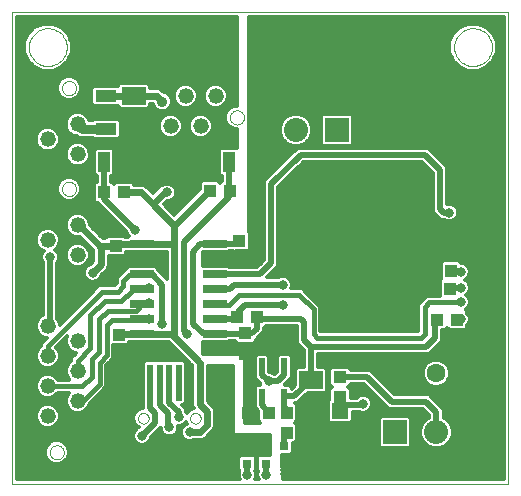
<source format=gtl>
G75*
%MOIN*%
%OFA0B0*%
%FSLAX24Y24*%
%IPPOS*%
%LPD*%
%AMOC8*
5,1,8,0,0,1.08239X$1,22.5*
%
%ADD10C,0.0000*%
%ADD11R,0.0800X0.0260*%
%ADD12R,0.0394X0.0433*%
%ADD13R,0.0315X0.0315*%
%ADD14R,0.0433X0.0394*%
%ADD15R,0.0413X0.0425*%
%ADD16C,0.0520*%
%ADD17R,0.0425X0.0413*%
%ADD18R,0.0217X0.0472*%
%ADD19R,0.0787X0.0984*%
%ADD20R,0.0787X0.1299*%
%ADD21R,0.0197X0.1220*%
%ADD22R,0.0551X0.0551*%
%ADD23R,0.0394X0.0669*%
%ADD24R,0.0800X0.0800*%
%ADD25C,0.0800*%
%ADD26R,0.0787X0.0591*%
%ADD27OC8,0.0630*%
%ADD28C,0.0630*%
%ADD29R,0.0709X0.0394*%
%ADD30C,0.0317*%
%ADD31C,0.0197*%
%ADD32C,0.0118*%
%ADD33C,0.0157*%
%ADD34C,0.0160*%
%ADD35C,0.0236*%
%ADD36C,0.0240*%
%ADD37C,0.0356*%
%ADD38R,0.0472X0.0472*%
%ADD39C,0.0315*%
D10*
X000159Y001847D02*
X000159Y017595D01*
X016694Y017595D01*
X016694Y001847D01*
X000159Y001847D01*
X001399Y002910D02*
X001401Y002940D01*
X001407Y002970D01*
X001416Y002999D01*
X001429Y003026D01*
X001446Y003051D01*
X001465Y003074D01*
X001488Y003095D01*
X001513Y003112D01*
X001539Y003126D01*
X001568Y003136D01*
X001597Y003143D01*
X001627Y003146D01*
X001658Y003145D01*
X001688Y003140D01*
X001717Y003131D01*
X001744Y003119D01*
X001770Y003104D01*
X001794Y003085D01*
X001815Y003063D01*
X001833Y003039D01*
X001848Y003012D01*
X001859Y002984D01*
X001867Y002955D01*
X001871Y002925D01*
X001871Y002895D01*
X001867Y002865D01*
X001859Y002836D01*
X001848Y002808D01*
X001833Y002781D01*
X001815Y002757D01*
X001794Y002735D01*
X001770Y002716D01*
X001744Y002701D01*
X001717Y002689D01*
X001688Y002680D01*
X001658Y002675D01*
X001627Y002674D01*
X001597Y002677D01*
X001568Y002684D01*
X001539Y002694D01*
X001513Y002708D01*
X001488Y002725D01*
X001465Y002746D01*
X001446Y002769D01*
X001429Y002794D01*
X001416Y002821D01*
X001407Y002850D01*
X001401Y002880D01*
X001399Y002910D01*
X004348Y004044D02*
X004350Y004070D01*
X004356Y004096D01*
X004366Y004121D01*
X004379Y004144D01*
X004395Y004164D01*
X004415Y004182D01*
X004437Y004197D01*
X004460Y004209D01*
X004486Y004217D01*
X004512Y004221D01*
X004538Y004221D01*
X004564Y004217D01*
X004590Y004209D01*
X004614Y004197D01*
X004635Y004182D01*
X004655Y004164D01*
X004671Y004144D01*
X004684Y004121D01*
X004694Y004096D01*
X004700Y004070D01*
X004702Y004044D01*
X004700Y004018D01*
X004694Y003992D01*
X004684Y003967D01*
X004671Y003944D01*
X004655Y003924D01*
X004635Y003906D01*
X004613Y003891D01*
X004590Y003879D01*
X004564Y003871D01*
X004538Y003867D01*
X004512Y003867D01*
X004486Y003871D01*
X004460Y003879D01*
X004436Y003891D01*
X004415Y003906D01*
X004395Y003924D01*
X004379Y003944D01*
X004366Y003967D01*
X004356Y003992D01*
X004350Y004018D01*
X004348Y004044D01*
X006080Y004044D02*
X006082Y004070D01*
X006088Y004096D01*
X006098Y004121D01*
X006111Y004144D01*
X006127Y004164D01*
X006147Y004182D01*
X006169Y004197D01*
X006192Y004209D01*
X006218Y004217D01*
X006244Y004221D01*
X006270Y004221D01*
X006296Y004217D01*
X006322Y004209D01*
X006346Y004197D01*
X006367Y004182D01*
X006387Y004164D01*
X006403Y004144D01*
X006416Y004121D01*
X006426Y004096D01*
X006432Y004070D01*
X006434Y004044D01*
X006432Y004018D01*
X006426Y003992D01*
X006416Y003967D01*
X006403Y003944D01*
X006387Y003924D01*
X006367Y003906D01*
X006345Y003891D01*
X006322Y003879D01*
X006296Y003871D01*
X006270Y003867D01*
X006244Y003867D01*
X006218Y003871D01*
X006192Y003879D01*
X006168Y003891D01*
X006147Y003906D01*
X006127Y003924D01*
X006111Y003944D01*
X006098Y003967D01*
X006088Y003992D01*
X006082Y004018D01*
X006080Y004044D01*
X001813Y011690D02*
X001815Y011720D01*
X001821Y011750D01*
X001830Y011779D01*
X001843Y011806D01*
X001860Y011831D01*
X001879Y011854D01*
X001902Y011875D01*
X001927Y011892D01*
X001953Y011906D01*
X001982Y011916D01*
X002011Y011923D01*
X002041Y011926D01*
X002072Y011925D01*
X002102Y011920D01*
X002131Y011911D01*
X002158Y011899D01*
X002184Y011884D01*
X002208Y011865D01*
X002229Y011843D01*
X002247Y011819D01*
X002262Y011792D01*
X002273Y011764D01*
X002281Y011735D01*
X002285Y011705D01*
X002285Y011675D01*
X002281Y011645D01*
X002273Y011616D01*
X002262Y011588D01*
X002247Y011561D01*
X002229Y011537D01*
X002208Y011515D01*
X002184Y011496D01*
X002158Y011481D01*
X002131Y011469D01*
X002102Y011460D01*
X002072Y011455D01*
X002041Y011454D01*
X002011Y011457D01*
X001982Y011464D01*
X001953Y011474D01*
X001927Y011488D01*
X001902Y011505D01*
X001879Y011526D01*
X001860Y011549D01*
X001843Y011574D01*
X001830Y011601D01*
X001821Y011630D01*
X001815Y011660D01*
X001813Y011690D01*
X001813Y015048D02*
X001815Y015078D01*
X001821Y015108D01*
X001830Y015137D01*
X001843Y015164D01*
X001860Y015189D01*
X001879Y015212D01*
X001902Y015233D01*
X001927Y015250D01*
X001953Y015264D01*
X001982Y015274D01*
X002011Y015281D01*
X002041Y015284D01*
X002072Y015283D01*
X002102Y015278D01*
X002131Y015269D01*
X002158Y015257D01*
X002184Y015242D01*
X002208Y015223D01*
X002229Y015201D01*
X002247Y015177D01*
X002262Y015150D01*
X002273Y015122D01*
X002281Y015093D01*
X002285Y015063D01*
X002285Y015033D01*
X002281Y015003D01*
X002273Y014974D01*
X002262Y014946D01*
X002247Y014919D01*
X002229Y014895D01*
X002208Y014873D01*
X002184Y014854D01*
X002158Y014839D01*
X002131Y014827D01*
X002102Y014818D01*
X002072Y014813D01*
X002041Y014812D01*
X002011Y014815D01*
X001982Y014822D01*
X001953Y014832D01*
X001927Y014846D01*
X001902Y014863D01*
X001879Y014884D01*
X001860Y014907D01*
X001843Y014932D01*
X001830Y014959D01*
X001821Y014988D01*
X001815Y015018D01*
X001813Y015048D01*
X000710Y016414D02*
X000712Y016464D01*
X000718Y016514D01*
X000728Y016563D01*
X000742Y016611D01*
X000759Y016658D01*
X000780Y016703D01*
X000805Y016747D01*
X000833Y016788D01*
X000865Y016827D01*
X000899Y016864D01*
X000936Y016898D01*
X000976Y016928D01*
X001018Y016955D01*
X001062Y016979D01*
X001108Y017000D01*
X001155Y017016D01*
X001203Y017029D01*
X001253Y017038D01*
X001302Y017043D01*
X001353Y017044D01*
X001403Y017041D01*
X001452Y017034D01*
X001501Y017023D01*
X001549Y017008D01*
X001595Y016990D01*
X001640Y016968D01*
X001683Y016942D01*
X001724Y016913D01*
X001763Y016881D01*
X001799Y016846D01*
X001831Y016808D01*
X001861Y016768D01*
X001888Y016725D01*
X001911Y016681D01*
X001930Y016635D01*
X001946Y016587D01*
X001958Y016538D01*
X001966Y016489D01*
X001970Y016439D01*
X001970Y016389D01*
X001966Y016339D01*
X001958Y016290D01*
X001946Y016241D01*
X001930Y016193D01*
X001911Y016147D01*
X001888Y016103D01*
X001861Y016060D01*
X001831Y016020D01*
X001799Y015982D01*
X001763Y015947D01*
X001724Y015915D01*
X001683Y015886D01*
X001640Y015860D01*
X001595Y015838D01*
X001549Y015820D01*
X001501Y015805D01*
X001452Y015794D01*
X001403Y015787D01*
X001353Y015784D01*
X001302Y015785D01*
X001253Y015790D01*
X001203Y015799D01*
X001155Y015812D01*
X001108Y015828D01*
X001062Y015849D01*
X001018Y015873D01*
X000976Y015900D01*
X000936Y015930D01*
X000899Y015964D01*
X000865Y016001D01*
X000833Y016040D01*
X000805Y016081D01*
X000780Y016125D01*
X000759Y016170D01*
X000742Y016217D01*
X000728Y016265D01*
X000718Y016314D01*
X000712Y016364D01*
X000710Y016414D01*
X007407Y014072D02*
X007409Y014102D01*
X007415Y014132D01*
X007424Y014161D01*
X007437Y014188D01*
X007454Y014213D01*
X007473Y014236D01*
X007496Y014257D01*
X007521Y014274D01*
X007547Y014288D01*
X007576Y014298D01*
X007605Y014305D01*
X007635Y014308D01*
X007666Y014307D01*
X007696Y014302D01*
X007725Y014293D01*
X007752Y014281D01*
X007778Y014266D01*
X007802Y014247D01*
X007823Y014225D01*
X007841Y014201D01*
X007856Y014174D01*
X007867Y014146D01*
X007875Y014117D01*
X007879Y014087D01*
X007879Y014057D01*
X007875Y014027D01*
X007867Y013998D01*
X007856Y013970D01*
X007841Y013943D01*
X007823Y013919D01*
X007802Y013897D01*
X007778Y013878D01*
X007752Y013863D01*
X007725Y013851D01*
X007696Y013842D01*
X007666Y013837D01*
X007635Y013836D01*
X007605Y013839D01*
X007576Y013846D01*
X007547Y013856D01*
X007521Y013870D01*
X007496Y013887D01*
X007473Y013908D01*
X007454Y013931D01*
X007437Y013956D01*
X007424Y013983D01*
X007415Y014012D01*
X007409Y014042D01*
X007407Y014072D01*
X014883Y016414D02*
X014885Y016464D01*
X014891Y016514D01*
X014901Y016563D01*
X014915Y016611D01*
X014932Y016658D01*
X014953Y016703D01*
X014978Y016747D01*
X015006Y016788D01*
X015038Y016827D01*
X015072Y016864D01*
X015109Y016898D01*
X015149Y016928D01*
X015191Y016955D01*
X015235Y016979D01*
X015281Y017000D01*
X015328Y017016D01*
X015376Y017029D01*
X015426Y017038D01*
X015475Y017043D01*
X015526Y017044D01*
X015576Y017041D01*
X015625Y017034D01*
X015674Y017023D01*
X015722Y017008D01*
X015768Y016990D01*
X015813Y016968D01*
X015856Y016942D01*
X015897Y016913D01*
X015936Y016881D01*
X015972Y016846D01*
X016004Y016808D01*
X016034Y016768D01*
X016061Y016725D01*
X016084Y016681D01*
X016103Y016635D01*
X016119Y016587D01*
X016131Y016538D01*
X016139Y016489D01*
X016143Y016439D01*
X016143Y016389D01*
X016139Y016339D01*
X016131Y016290D01*
X016119Y016241D01*
X016103Y016193D01*
X016084Y016147D01*
X016061Y016103D01*
X016034Y016060D01*
X016004Y016020D01*
X015972Y015982D01*
X015936Y015947D01*
X015897Y015915D01*
X015856Y015886D01*
X015813Y015860D01*
X015768Y015838D01*
X015722Y015820D01*
X015674Y015805D01*
X015625Y015794D01*
X015576Y015787D01*
X015526Y015784D01*
X015475Y015785D01*
X015426Y015790D01*
X015376Y015799D01*
X015328Y015812D01*
X015281Y015828D01*
X015235Y015849D01*
X015191Y015873D01*
X015149Y015900D01*
X015109Y015930D01*
X015072Y015964D01*
X015038Y016001D01*
X015006Y016040D01*
X014978Y016081D01*
X014953Y016125D01*
X014932Y016170D01*
X014915Y016217D01*
X014901Y016265D01*
X014891Y016314D01*
X014885Y016364D01*
X014883Y016414D01*
D11*
X006901Y009841D03*
X006901Y009341D03*
X006901Y008841D03*
X006901Y008341D03*
X006901Y007841D03*
X006901Y007341D03*
X006901Y006841D03*
X006901Y006341D03*
X004481Y006341D03*
X004481Y006841D03*
X004481Y007341D03*
X004481Y007841D03*
X004481Y008341D03*
X004481Y008841D03*
X004481Y009341D03*
X004481Y009841D03*
D12*
X003880Y011572D03*
X003210Y011572D03*
X006754Y011627D03*
X007423Y011627D03*
X007643Y007422D03*
X008313Y007422D03*
X014092Y008367D03*
X014761Y008367D03*
X014990Y007336D03*
X014320Y007336D03*
D13*
X009226Y003127D03*
X009226Y002536D03*
X008596Y002536D03*
X008596Y003127D03*
X007990Y003127D03*
X007990Y002536D03*
D14*
X009297Y003560D03*
X009297Y004229D03*
X011080Y004749D03*
X011080Y005418D03*
D15*
X008704Y004233D03*
X008015Y004233D03*
X014086Y008965D03*
X014775Y008965D03*
D16*
X006933Y014788D03*
X005933Y014788D03*
X006433Y013788D03*
X005433Y013788D03*
X002332Y013838D03*
X002332Y012838D03*
X001332Y013338D03*
X001332Y014338D03*
X001332Y010983D03*
X001332Y009983D03*
X002332Y009483D03*
X002332Y010483D03*
X001336Y007117D03*
X001336Y006117D03*
X001336Y005117D03*
X001336Y004117D03*
X002336Y003617D03*
X002336Y004617D03*
X002336Y005617D03*
X002336Y006617D03*
D17*
X003710Y006822D03*
X003710Y006133D03*
X003600Y009093D03*
X003600Y009782D03*
X007726Y009952D03*
X007726Y009263D03*
X007923Y006881D03*
X007923Y006192D03*
D18*
X008478Y005808D03*
X008852Y005808D03*
X009226Y005808D03*
X009226Y004784D03*
X008478Y004784D03*
D19*
X007143Y002863D03*
X003639Y002863D03*
D20*
X003639Y005186D03*
X007143Y005186D03*
D21*
X006021Y005225D03*
X005706Y005225D03*
X005391Y005225D03*
X005076Y005225D03*
X004761Y005225D03*
D22*
X011092Y004292D03*
X011092Y002796D03*
D23*
X007380Y012580D03*
X005490Y012580D03*
X005116Y012580D03*
X003226Y012580D03*
D24*
X010986Y013658D03*
X012915Y003580D03*
D25*
X014293Y003580D03*
X009608Y013658D03*
D26*
X004202Y013615D03*
X004202Y014796D03*
X010120Y005312D03*
X010120Y004131D03*
D27*
X012884Y005548D03*
D28*
X014284Y005548D03*
D29*
X003281Y013682D03*
X003281Y014784D03*
D30*
X002915Y016808D03*
X003702Y016808D03*
X004490Y016808D03*
X005277Y016808D03*
X006065Y016808D03*
X006852Y016808D03*
X008427Y016808D03*
X009214Y016808D03*
X010002Y016808D03*
X010789Y016808D03*
X011576Y016808D03*
X012364Y016808D03*
X013151Y016808D03*
X013939Y016808D03*
X016222Y014840D03*
X016222Y014052D03*
X016222Y013265D03*
X014726Y010902D03*
X016222Y009328D03*
X016222Y008540D03*
X016222Y007753D03*
X016222Y006965D03*
X016222Y006178D03*
X016222Y005391D03*
X016222Y004603D03*
X016222Y003816D03*
X016222Y003028D03*
X015100Y007340D03*
X015100Y007910D03*
X015100Y008402D03*
X015100Y008934D03*
X011852Y004525D03*
X009332Y006375D03*
X009332Y006887D03*
X009175Y007832D03*
X009175Y008501D03*
X008702Y005273D03*
X006025Y004446D03*
X005710Y004091D03*
X005395Y003737D03*
X006065Y003580D03*
X004490Y003462D03*
X003624Y006060D03*
X004726Y007359D03*
X005159Y007202D03*
X004726Y007871D03*
X004726Y008383D03*
X005986Y006847D03*
X002836Y008895D03*
X002443Y008304D03*
X002009Y007871D03*
X000631Y007753D03*
X000631Y006965D03*
X000631Y006178D03*
X000631Y005391D03*
X000631Y004603D03*
X000631Y003816D03*
X000631Y003028D03*
X000631Y008540D03*
X000631Y009328D03*
X000631Y010115D03*
X000631Y010902D03*
X000631Y011690D03*
X000631Y012477D03*
X000631Y013265D03*
X000631Y014052D03*
X000631Y014840D03*
X004254Y010312D03*
X005317Y011572D03*
X005840Y011580D03*
X001419Y009406D03*
X007994Y002162D03*
X008624Y002162D03*
D31*
X008596Y002241D01*
X008596Y002536D01*
X009226Y003127D02*
X009226Y003379D01*
X009297Y004229D02*
X009226Y004481D01*
X009226Y004784D01*
X009553Y004784D01*
X010120Y005312D01*
X010120Y006414D01*
X009883Y006651D01*
X009883Y007241D01*
X009765Y007359D01*
X008368Y007359D01*
X008313Y007422D02*
X008313Y007036D01*
X008157Y006881D01*
X007923Y006881D01*
X007805Y006841D01*
X006901Y006841D01*
X007564Y006847D01*
X006537Y006847D01*
X006183Y007202D01*
X006183Y009603D01*
X006421Y009841D01*
X006901Y009841D01*
X007537Y009841D01*
X007726Y009952D01*
X008781Y009210D02*
X008413Y008841D01*
X006901Y008841D01*
X006901Y008341D02*
X007401Y008341D01*
X007561Y008501D01*
X009175Y008501D01*
X009175Y007832D02*
X007915Y007832D01*
X007683Y007599D01*
X007643Y007422D02*
X007523Y007341D01*
X006901Y007341D01*
X005986Y006847D02*
X005868Y006965D01*
X005868Y009918D01*
X007364Y011414D01*
X007403Y011607D01*
X007380Y011710D02*
X007380Y012580D01*
X008781Y011847D02*
X009765Y012832D01*
X013899Y012832D01*
X014411Y012320D01*
X014411Y011021D01*
X014529Y010902D01*
X014726Y010902D01*
X014767Y008973D02*
X015100Y008934D01*
X015100Y008402D02*
X014761Y008347D01*
X014254Y007324D02*
X014254Y006729D01*
X013939Y006414D01*
X010120Y006414D01*
X009226Y005808D02*
X009226Y005481D01*
X009017Y005273D01*
X008702Y005273D01*
X008478Y005497D01*
X008478Y005808D01*
X008852Y005808D02*
X008860Y005816D01*
X008478Y004784D02*
X008478Y004499D01*
X008704Y004233D01*
X007990Y002536D02*
X007990Y002280D01*
X007994Y002162D01*
X005710Y004091D02*
X005710Y004249D01*
X005391Y004568D01*
X005391Y005225D01*
X005076Y005225D02*
X005076Y004489D01*
X005356Y004210D01*
X005356Y003777D01*
X005395Y003737D01*
X004923Y003895D02*
X004490Y003462D01*
X004923Y003895D02*
X004923Y004210D01*
X004761Y004371D01*
X004761Y005225D01*
X003744Y006099D02*
X003624Y006060D01*
X003710Y006133D02*
X003744Y006099D01*
X003710Y006822D02*
X003809Y006841D01*
X005159Y007202D02*
X005159Y008501D01*
X004805Y008855D01*
X005523Y009841D02*
X005553Y009851D01*
X004254Y010312D02*
X003210Y011355D01*
X003210Y011572D01*
X003210Y012564D01*
X003659Y009841D02*
X003600Y009782D01*
X003074Y009782D02*
X003072Y009761D01*
X001419Y009406D02*
X001419Y007200D01*
X001336Y007117D01*
X005480Y006841D02*
X005507Y006841D01*
X005553Y006847D01*
X006025Y005300D02*
X006021Y005225D01*
X008781Y009210D02*
X008781Y011847D01*
X011080Y005418D02*
X011982Y005418D01*
X012797Y004603D01*
X013269Y004603D01*
X013939Y004603D01*
X014293Y004249D01*
X014293Y003580D01*
X011852Y004525D02*
X011813Y004485D01*
X011092Y004485D01*
X011092Y004777D01*
X011080Y004749D01*
X011092Y004485D02*
X011092Y004292D01*
D32*
X010677Y004296D02*
X009652Y004296D01*
X009652Y004180D02*
X010677Y004180D01*
X010677Y004063D02*
X009652Y004063D01*
X009652Y003975D02*
X009652Y004484D01*
X009591Y004545D01*
X009642Y004543D01*
X009646Y004547D01*
X009651Y004547D01*
X009718Y004613D01*
X010002Y004878D01*
X010571Y004878D01*
X010652Y004959D01*
X010652Y005665D01*
X010571Y005746D01*
X010357Y005746D01*
X010357Y006177D01*
X014037Y006177D01*
X014352Y006492D01*
X014491Y006631D01*
X014491Y006980D01*
X014575Y006980D01*
X014655Y007060D01*
X014735Y006980D01*
X015244Y006980D01*
X015326Y007061D01*
X015326Y007144D01*
X015352Y007171D01*
X015397Y007280D01*
X015397Y007399D01*
X015352Y007508D01*
X015326Y007535D01*
X015326Y007610D01*
X015273Y007663D01*
X015352Y007742D01*
X015397Y007851D01*
X015397Y007970D01*
X015352Y008079D01*
X015275Y008156D01*
X015352Y008234D01*
X015397Y008343D01*
X015397Y008462D01*
X015352Y008571D01*
X015269Y008655D01*
X015236Y008668D01*
X015269Y008682D01*
X015352Y008765D01*
X015397Y008875D01*
X015397Y008993D01*
X015352Y009102D01*
X015269Y009186D01*
X015159Y009231D01*
X015121Y009231D01*
X015121Y009236D01*
X015039Y009317D01*
X014511Y009317D01*
X014429Y009236D01*
X014429Y008695D01*
X014455Y008670D01*
X014426Y008641D01*
X014426Y008128D01*
X013966Y008128D01*
X013839Y008001D01*
X013681Y007843D01*
X013681Y006947D01*
X010416Y006947D01*
X010416Y007764D01*
X010289Y007892D01*
X009797Y008384D01*
X009448Y008384D01*
X009472Y008442D01*
X009472Y008560D01*
X009427Y008669D01*
X009343Y008753D01*
X009234Y008798D01*
X009116Y008798D01*
X009006Y008753D01*
X008992Y008738D01*
X008646Y008738D01*
X008879Y008972D01*
X009019Y009111D01*
X009019Y011749D01*
X009864Y012594D01*
X013801Y012594D01*
X014174Y012221D01*
X014174Y010922D01*
X014292Y010804D01*
X014431Y010665D01*
X014543Y010665D01*
X014557Y010650D01*
X014667Y010605D01*
X014785Y010605D01*
X014894Y010650D01*
X014978Y010734D01*
X015023Y010843D01*
X015023Y010962D01*
X014978Y011071D01*
X014894Y011155D01*
X014785Y011200D01*
X014667Y011200D01*
X014649Y011192D01*
X014649Y012418D01*
X013998Y013069D01*
X009667Y013069D01*
X009528Y012930D01*
X008544Y011946D01*
X008544Y009308D01*
X008315Y009079D01*
X007390Y009079D01*
X007358Y009111D01*
X006498Y009111D01*
X006498Y009572D01*
X007358Y009572D01*
X007390Y009604D01*
X007506Y009604D01*
X007572Y009587D01*
X007601Y009604D01*
X007635Y009604D01*
X007637Y009606D01*
X007996Y009606D01*
X008078Y009687D01*
X008078Y010216D01*
X008033Y010261D01*
X008033Y013980D01*
X008039Y013993D01*
X008039Y014150D01*
X008033Y014164D01*
X008033Y017436D01*
X016535Y017436D01*
X016535Y002006D01*
X009167Y002006D01*
X009136Y002830D01*
X009441Y002830D01*
X009523Y002912D01*
X009523Y003224D01*
X009571Y003224D01*
X009652Y003306D01*
X009652Y003814D01*
X009572Y003895D01*
X009652Y003975D01*
X009624Y003946D02*
X010690Y003946D01*
X010677Y003959D02*
X010759Y003878D01*
X011425Y003878D01*
X011507Y003959D01*
X011507Y004248D01*
X011743Y004248D01*
X011793Y004227D01*
X011911Y004227D01*
X012020Y004272D01*
X012104Y004356D01*
X012149Y004465D01*
X012149Y004584D01*
X012104Y004693D01*
X012020Y004777D01*
X011911Y004822D01*
X011793Y004822D01*
X011683Y004777D01*
X011629Y004723D01*
X011436Y004723D01*
X011436Y005003D01*
X011356Y005084D01*
X011436Y005164D01*
X011436Y005181D01*
X011884Y005181D01*
X012559Y004505D01*
X012698Y004366D01*
X013840Y004366D01*
X014055Y004151D01*
X014055Y004065D01*
X013988Y004037D01*
X013836Y003885D01*
X013754Y003687D01*
X013754Y003472D01*
X013836Y003274D01*
X013988Y003123D01*
X014186Y003041D01*
X014400Y003041D01*
X014598Y003123D01*
X014750Y003274D01*
X014832Y003472D01*
X014832Y003687D01*
X014750Y003885D01*
X014598Y004037D01*
X014530Y004065D01*
X014530Y004347D01*
X014391Y004486D01*
X014037Y004841D01*
X012895Y004841D01*
X012080Y005656D01*
X011436Y005656D01*
X011436Y005673D01*
X011354Y005754D01*
X010806Y005754D01*
X010725Y005673D01*
X010725Y005164D01*
X010805Y005084D01*
X010725Y005003D01*
X010725Y004673D01*
X010677Y004625D01*
X010677Y003959D01*
X010677Y004413D02*
X009652Y004413D01*
X009607Y004529D02*
X010677Y004529D01*
X010698Y004646D02*
X009753Y004646D01*
X009878Y004763D02*
X010725Y004763D01*
X010725Y004879D02*
X010573Y004879D01*
X010652Y004996D02*
X010725Y004996D01*
X010776Y005112D02*
X010652Y005112D01*
X010652Y005229D02*
X010725Y005229D01*
X010725Y005346D02*
X010652Y005346D01*
X010652Y005462D02*
X010725Y005462D01*
X010725Y005579D02*
X010652Y005579D01*
X010622Y005696D02*
X010748Y005696D01*
X010357Y005812D02*
X013906Y005812D01*
X013899Y005805D02*
X013830Y005638D01*
X013830Y005458D01*
X013899Y005291D01*
X014027Y005163D01*
X014194Y005094D01*
X014375Y005094D01*
X014541Y005163D01*
X014669Y005291D01*
X014738Y005458D01*
X014738Y005638D01*
X014669Y005805D01*
X014541Y005933D01*
X014375Y006002D01*
X014194Y006002D01*
X014027Y005933D01*
X013899Y005805D01*
X013854Y005696D02*
X011413Y005696D01*
X011385Y005112D02*
X011952Y005112D01*
X012068Y004996D02*
X011436Y004996D01*
X011436Y004879D02*
X012185Y004879D01*
X012302Y004763D02*
X012035Y004763D01*
X012124Y004646D02*
X012418Y004646D01*
X012535Y004529D02*
X012149Y004529D01*
X012128Y004413D02*
X012651Y004413D01*
X012457Y004119D02*
X012376Y004037D01*
X012376Y003122D01*
X012457Y003041D01*
X013373Y003041D01*
X013454Y003122D01*
X013454Y004037D01*
X013373Y004119D01*
X012457Y004119D01*
X012402Y004063D02*
X011507Y004063D01*
X011507Y004180D02*
X014026Y004180D01*
X014051Y004063D02*
X013428Y004063D01*
X013454Y003946D02*
X013897Y003946D01*
X013813Y003830D02*
X013454Y003830D01*
X013454Y003713D02*
X013765Y003713D01*
X013754Y003597D02*
X013454Y003597D01*
X013454Y003480D02*
X013754Y003480D01*
X013799Y003363D02*
X013454Y003363D01*
X013454Y003247D02*
X013864Y003247D01*
X013980Y003130D02*
X013454Y003130D01*
X012376Y003130D02*
X009523Y003130D01*
X009523Y003013D02*
X016535Y003013D01*
X016535Y002897D02*
X009508Y002897D01*
X009594Y003247D02*
X012376Y003247D01*
X012376Y003363D02*
X009652Y003363D01*
X009652Y003480D02*
X012376Y003480D01*
X012376Y003597D02*
X009652Y003597D01*
X009652Y003713D02*
X012376Y003713D01*
X012376Y003830D02*
X009637Y003830D01*
X009297Y003560D02*
X009226Y003379D01*
X008742Y003363D02*
X006566Y003363D01*
X006565Y003362D02*
X006637Y003434D01*
X006873Y003670D01*
X006912Y003765D01*
X006912Y004239D01*
X006915Y004280D01*
X006912Y004290D01*
X006912Y004300D01*
X006896Y004338D01*
X006884Y004377D01*
X006877Y004385D01*
X006873Y004395D01*
X006844Y004424D01*
X006676Y004620D01*
X006676Y005784D01*
X007521Y005784D01*
X007521Y003501D01*
X008742Y003501D01*
X008742Y002833D01*
X008381Y002833D01*
X008300Y002751D01*
X008300Y002321D01*
X008348Y002273D01*
X008345Y002267D01*
X008339Y002255D01*
X008340Y002254D01*
X008326Y002222D01*
X008326Y002103D01*
X008366Y002006D01*
X008251Y002006D01*
X008291Y002103D01*
X008291Y002222D01*
X008261Y002296D01*
X008286Y002321D01*
X008286Y002751D01*
X008205Y002833D01*
X007775Y002833D01*
X007693Y002751D01*
X007693Y002321D01*
X007725Y002290D01*
X007696Y002222D01*
X007696Y002103D01*
X007736Y002006D01*
X000318Y002006D01*
X000318Y017436D01*
X007639Y017436D01*
X007639Y014467D01*
X007565Y014467D01*
X007419Y014407D01*
X007308Y014296D01*
X007248Y014150D01*
X007248Y013993D01*
X007308Y013848D01*
X007419Y013737D01*
X007565Y013677D01*
X007639Y013677D01*
X007639Y013048D01*
X007634Y013053D01*
X007125Y013053D01*
X007044Y012972D01*
X007044Y012187D01*
X007125Y012106D01*
X007142Y012106D01*
X007142Y011956D01*
X007088Y011902D01*
X007008Y011982D01*
X006499Y011982D01*
X006418Y011901D01*
X006418Y011698D01*
X005553Y010833D01*
X005208Y011178D01*
X005304Y011274D01*
X005376Y011274D01*
X005485Y011320D01*
X005569Y011403D01*
X005614Y011513D01*
X005614Y011631D01*
X005569Y011740D01*
X005485Y011824D01*
X005376Y011869D01*
X005257Y011869D01*
X005148Y011824D01*
X005129Y011805D01*
X005092Y011790D01*
X004844Y011542D01*
X004596Y011790D01*
X004502Y011829D01*
X004215Y011829D01*
X004215Y011846D01*
X004134Y011927D01*
X003625Y011927D01*
X003545Y011847D01*
X003465Y011927D01*
X003448Y011927D01*
X003448Y012106D01*
X003480Y012106D01*
X003562Y012187D01*
X003562Y012972D01*
X003480Y013053D01*
X002972Y013053D01*
X002890Y012972D01*
X002890Y012187D01*
X002972Y012106D01*
X002973Y012106D01*
X002973Y011927D01*
X002956Y011927D01*
X002874Y011846D01*
X002874Y011298D01*
X002956Y011216D01*
X003013Y011216D01*
X003112Y011118D01*
X003956Y010274D01*
X003956Y010253D01*
X004001Y010143D01*
X004034Y010111D01*
X004023Y010111D01*
X004011Y010099D01*
X003900Y010099D01*
X003870Y010128D01*
X003330Y010128D01*
X003248Y010047D01*
X003248Y010040D01*
X003181Y010040D01*
X002731Y010489D01*
X002731Y010563D01*
X002671Y010709D01*
X002558Y010822D01*
X002412Y010882D01*
X002253Y010882D01*
X002106Y010822D01*
X001994Y010709D01*
X001933Y010563D01*
X001933Y010404D01*
X001994Y010257D01*
X002106Y010145D01*
X002253Y010084D01*
X002409Y010084D01*
X002838Y009655D01*
X002854Y009615D01*
X002855Y009615D01*
X002855Y009277D01*
X002765Y009187D01*
X002668Y009147D01*
X002584Y009063D01*
X002539Y008954D01*
X002539Y008835D01*
X002584Y008726D01*
X002668Y008642D01*
X002777Y008597D01*
X002895Y008597D01*
X003005Y008642D01*
X003088Y008726D01*
X003129Y008823D01*
X003330Y009025D01*
X003369Y009119D01*
X003369Y009221D01*
X003369Y009437D01*
X003870Y009437D01*
X003952Y009518D01*
X003952Y009584D01*
X004011Y009584D01*
X004023Y009572D01*
X004938Y009572D01*
X004950Y009584D01*
X005296Y009584D01*
X005296Y008700D01*
X005257Y008738D01*
X005020Y008976D01*
X005020Y009029D01*
X004938Y009111D01*
X004023Y009111D01*
X003941Y009029D01*
X003941Y009009D01*
X003770Y008837D01*
X003642Y008709D01*
X003642Y008552D01*
X003573Y008482D01*
X003061Y008482D01*
X001735Y007157D01*
X001735Y007196D01*
X001675Y007343D01*
X001656Y007361D01*
X001656Y009223D01*
X001671Y009238D01*
X001716Y009347D01*
X001716Y009466D01*
X001671Y009575D01*
X001587Y009659D01*
X001577Y009663D01*
X001671Y009757D01*
X001731Y009904D01*
X001731Y010063D01*
X001671Y010209D01*
X001558Y010322D01*
X001412Y010382D01*
X001253Y010382D01*
X001106Y010322D01*
X000994Y010209D01*
X000933Y010063D01*
X000933Y009904D01*
X000994Y009757D01*
X001106Y009645D01*
X001198Y009607D01*
X001167Y009575D01*
X001121Y009466D01*
X001121Y009347D01*
X001167Y009238D01*
X001181Y009223D01*
X001181Y007485D01*
X001110Y007455D01*
X000998Y007343D01*
X000937Y007196D01*
X000937Y007038D01*
X000998Y006891D01*
X001110Y006779D01*
X001257Y006718D01*
X001296Y006718D01*
X001122Y006544D01*
X001122Y006460D01*
X001110Y006455D01*
X000998Y006343D01*
X000937Y006196D01*
X000937Y006038D01*
X000998Y005891D01*
X001110Y005779D01*
X001257Y005718D01*
X001416Y005718D01*
X001562Y005779D01*
X001675Y005891D01*
X001735Y006038D01*
X001735Y006196D01*
X001675Y006343D01*
X001606Y006412D01*
X001970Y006775D01*
X001937Y006696D01*
X001937Y006538D01*
X001998Y006391D01*
X002110Y006279D01*
X002257Y006218D01*
X002293Y006218D01*
X002118Y006044D01*
X002118Y005959D01*
X002110Y005955D01*
X001998Y005843D01*
X001937Y005696D01*
X001937Y005538D01*
X001998Y005391D01*
X002056Y005333D01*
X001679Y005333D01*
X001675Y005343D01*
X001562Y005455D01*
X001416Y005516D01*
X001257Y005516D01*
X001110Y005455D01*
X000998Y005343D01*
X000937Y005196D01*
X000937Y005038D01*
X000998Y004891D01*
X001110Y004779D01*
X001257Y004718D01*
X001416Y004718D01*
X001562Y004779D01*
X001675Y004891D01*
X001677Y004897D01*
X002052Y004897D01*
X001998Y004843D01*
X001937Y004696D01*
X001937Y004538D01*
X001998Y004391D01*
X002110Y004279D01*
X002257Y004218D01*
X002416Y004218D01*
X002562Y004279D01*
X002675Y004391D01*
X002735Y004538D01*
X002735Y004549D01*
X003163Y004976D01*
X003290Y005104D01*
X003290Y005812D01*
X004524Y005812D01*
X004524Y005893D02*
X004524Y004380D01*
X004458Y004380D01*
X004335Y004329D01*
X004240Y004235D01*
X004189Y004111D01*
X004189Y003977D01*
X004240Y003854D01*
X004335Y003759D01*
X004383Y003739D01*
X004321Y003714D01*
X004238Y003630D01*
X004192Y003521D01*
X004192Y003402D01*
X004238Y003293D01*
X004321Y003209D01*
X004431Y003164D01*
X004549Y003164D01*
X004658Y003209D01*
X004742Y003293D01*
X004787Y003402D01*
X004787Y003423D01*
X005098Y003734D01*
X005098Y003678D01*
X005143Y003569D01*
X005227Y003485D01*
X005336Y003440D01*
X005454Y003440D01*
X005564Y003485D01*
X005647Y003569D01*
X005693Y003678D01*
X005693Y003794D01*
X005769Y003794D01*
X005879Y003839D01*
X005949Y003910D01*
X005969Y003862D01*
X005896Y003832D01*
X005812Y003748D01*
X005767Y003639D01*
X005767Y003520D01*
X005812Y003411D01*
X005896Y003327D01*
X006005Y003282D01*
X006124Y003282D01*
X006221Y003322D01*
X006470Y003322D01*
X006565Y003362D01*
X006683Y003480D02*
X008742Y003480D01*
X008742Y003247D02*
X004696Y003247D01*
X004771Y003363D02*
X005860Y003363D01*
X005784Y003480D02*
X005552Y003480D01*
X005659Y003597D02*
X005767Y003597D01*
X005798Y003713D02*
X005693Y003713D01*
X005856Y003830D02*
X005894Y003830D01*
X005973Y004235D02*
X005962Y004260D01*
X005948Y004275D01*
X005948Y004347D01*
X005819Y004476D01*
X005862Y004476D01*
X005944Y004557D01*
X005944Y005893D01*
X005862Y005975D01*
X005550Y005975D01*
X005549Y005973D01*
X005547Y005975D01*
X005235Y005975D01*
X005234Y005973D01*
X005232Y005975D01*
X004920Y005975D01*
X004919Y005973D01*
X004917Y005975D01*
X004605Y005975D01*
X004524Y005893D01*
X004560Y005929D02*
X003407Y005929D01*
X003399Y005921D02*
X003526Y006048D01*
X003526Y006476D01*
X003980Y006476D01*
X004062Y006557D01*
X004062Y006572D01*
X004938Y006572D01*
X004950Y006584D01*
X005373Y006584D01*
X006162Y005796D01*
X006162Y004534D01*
X006159Y004493D01*
X006162Y004484D01*
X006162Y004473D01*
X006178Y004435D01*
X006190Y004396D01*
X006197Y004388D01*
X006200Y004380D01*
X006191Y004380D01*
X006067Y004329D01*
X005973Y004235D01*
X005948Y004296D02*
X006034Y004296D01*
X005882Y004413D02*
X006185Y004413D01*
X006161Y004529D02*
X005916Y004529D01*
X005944Y004646D02*
X006162Y004646D01*
X006162Y004763D02*
X005944Y004763D01*
X005944Y004879D02*
X006162Y004879D01*
X006162Y004996D02*
X005944Y004996D01*
X005944Y005112D02*
X006162Y005112D01*
X006162Y005229D02*
X005944Y005229D01*
X005944Y005346D02*
X006162Y005346D01*
X006162Y005462D02*
X005944Y005462D01*
X005944Y005579D02*
X006162Y005579D01*
X006162Y005696D02*
X005944Y005696D01*
X005944Y005812D02*
X006146Y005812D01*
X006029Y005929D02*
X005908Y005929D01*
X005912Y006045D02*
X003523Y006045D01*
X003526Y006162D02*
X005796Y006162D01*
X005679Y006279D02*
X003526Y006279D01*
X003526Y006395D02*
X005563Y006395D01*
X005446Y006512D02*
X004016Y006512D01*
X003399Y005921D02*
X003290Y005812D01*
X003290Y005696D02*
X004524Y005696D01*
X004524Y005579D02*
X003290Y005579D01*
X003290Y005462D02*
X004524Y005462D01*
X004524Y005346D02*
X003290Y005346D01*
X003290Y005229D02*
X004524Y005229D01*
X004524Y005112D02*
X003290Y005112D01*
X003182Y004996D02*
X004524Y004996D01*
X004524Y004879D02*
X003066Y004879D01*
X002949Y004763D02*
X004524Y004763D01*
X004524Y004646D02*
X002833Y004646D01*
X002732Y004529D02*
X004524Y004529D01*
X004524Y004413D02*
X002684Y004413D01*
X002580Y004296D02*
X004302Y004296D01*
X004217Y004180D02*
X001735Y004180D01*
X001735Y004196D02*
X001675Y004343D01*
X001562Y004455D01*
X001416Y004516D01*
X001257Y004516D01*
X001110Y004455D01*
X000998Y004343D01*
X000937Y004196D01*
X000937Y004038D01*
X000998Y003891D01*
X001110Y003779D01*
X001257Y003718D01*
X001416Y003718D01*
X001562Y003779D01*
X001675Y003891D01*
X001735Y004038D01*
X001735Y004196D01*
X001694Y004296D02*
X002093Y004296D01*
X001989Y004413D02*
X001605Y004413D01*
X001941Y004529D02*
X000318Y004529D01*
X000318Y004413D02*
X001068Y004413D01*
X000978Y004296D02*
X000318Y004296D01*
X000318Y004180D02*
X000937Y004180D01*
X000937Y004063D02*
X000318Y004063D01*
X000318Y003946D02*
X000975Y003946D01*
X001059Y003830D02*
X000318Y003830D01*
X000318Y003713D02*
X004321Y003713D01*
X004264Y003830D02*
X001613Y003830D01*
X001697Y003946D02*
X004202Y003946D01*
X004189Y004063D02*
X001735Y004063D01*
X001937Y004646D02*
X000318Y004646D01*
X000318Y004763D02*
X001149Y004763D01*
X001010Y004879D02*
X000318Y004879D01*
X000318Y004996D02*
X000954Y004996D01*
X000937Y005112D02*
X000318Y005112D01*
X000318Y005229D02*
X000951Y005229D01*
X001001Y005346D02*
X000318Y005346D01*
X000318Y005462D02*
X001127Y005462D01*
X001077Y005812D02*
X000318Y005812D01*
X000318Y005696D02*
X001937Y005696D01*
X001937Y005579D02*
X000318Y005579D01*
X000318Y005929D02*
X000982Y005929D01*
X000937Y006045D02*
X000318Y006045D01*
X000318Y006162D02*
X000937Y006162D01*
X000971Y006279D02*
X000318Y006279D01*
X000318Y006395D02*
X001050Y006395D01*
X001122Y006512D02*
X000318Y006512D01*
X000318Y006628D02*
X001207Y006628D01*
X001192Y006745D02*
X000318Y006745D01*
X000318Y006862D02*
X001027Y006862D01*
X000962Y006978D02*
X000318Y006978D01*
X000318Y007095D02*
X000937Y007095D01*
X000943Y007211D02*
X000318Y007211D01*
X000318Y007328D02*
X000992Y007328D01*
X001099Y007445D02*
X000318Y007445D01*
X000318Y007561D02*
X001181Y007561D01*
X001181Y007678D02*
X000318Y007678D01*
X000318Y007795D02*
X001181Y007795D01*
X001181Y007911D02*
X000318Y007911D01*
X000318Y008028D02*
X001181Y008028D01*
X001181Y008144D02*
X000318Y008144D01*
X000318Y008261D02*
X001181Y008261D01*
X001181Y008378D02*
X000318Y008378D01*
X000318Y008494D02*
X001181Y008494D01*
X001181Y008611D02*
X000318Y008611D01*
X000318Y008727D02*
X001181Y008727D01*
X001181Y008844D02*
X000318Y008844D01*
X000318Y008961D02*
X001181Y008961D01*
X001181Y009077D02*
X000318Y009077D01*
X000318Y009194D02*
X001181Y009194D01*
X001137Y009310D02*
X000318Y009310D01*
X000318Y009427D02*
X001121Y009427D01*
X001154Y009544D02*
X000318Y009544D01*
X000318Y009660D02*
X001091Y009660D01*
X000986Y009777D02*
X000318Y009777D01*
X000318Y009893D02*
X000938Y009893D01*
X000933Y010010D02*
X000318Y010010D01*
X000318Y010127D02*
X000960Y010127D01*
X001028Y010243D02*
X000318Y010243D01*
X000318Y010360D02*
X001199Y010360D01*
X001466Y010360D02*
X001951Y010360D01*
X001933Y010477D02*
X000318Y010477D01*
X000318Y010593D02*
X001946Y010593D01*
X001995Y010710D02*
X000318Y010710D01*
X000318Y010826D02*
X002118Y010826D01*
X002547Y010826D02*
X003403Y010826D01*
X003520Y010710D02*
X002670Y010710D01*
X002719Y010593D02*
X003636Y010593D01*
X003753Y010477D02*
X002744Y010477D01*
X002861Y010360D02*
X003870Y010360D01*
X003960Y010243D02*
X002977Y010243D01*
X003094Y010127D02*
X003328Y010127D01*
X003872Y010127D02*
X004018Y010127D01*
X003952Y009544D02*
X005296Y009544D01*
X005296Y009427D02*
X003369Y009427D01*
X003369Y009310D02*
X005296Y009310D01*
X005296Y009194D02*
X003369Y009194D01*
X003352Y009077D02*
X003990Y009077D01*
X003893Y008961D02*
X003266Y008961D01*
X003149Y008844D02*
X003777Y008844D01*
X003660Y008727D02*
X003089Y008727D01*
X002928Y008611D02*
X003642Y008611D01*
X003584Y008494D02*
X001656Y008494D01*
X001656Y008378D02*
X002956Y008378D01*
X002839Y008261D02*
X001656Y008261D01*
X001656Y008144D02*
X002723Y008144D01*
X002606Y008028D02*
X001656Y008028D01*
X001656Y007911D02*
X002490Y007911D01*
X002373Y007795D02*
X001656Y007795D01*
X001656Y007678D02*
X002256Y007678D01*
X002140Y007561D02*
X001656Y007561D01*
X001656Y007445D02*
X002023Y007445D01*
X001907Y007328D02*
X001681Y007328D01*
X001729Y007211D02*
X001790Y007211D01*
X001940Y006745D02*
X001957Y006745D01*
X001937Y006628D02*
X001823Y006628D01*
X001706Y006512D02*
X001948Y006512D01*
X001996Y006395D02*
X001622Y006395D01*
X001701Y006279D02*
X002111Y006279D01*
X002237Y006162D02*
X001735Y006162D01*
X001735Y006045D02*
X002120Y006045D01*
X002084Y005929D02*
X001690Y005929D01*
X001596Y005812D02*
X001985Y005812D01*
X001968Y005462D02*
X001546Y005462D01*
X001672Y005346D02*
X002043Y005346D01*
X002034Y004879D02*
X001663Y004879D01*
X001523Y004763D02*
X001965Y004763D01*
X001338Y005115D02*
X001336Y005117D01*
X001336Y006117D02*
X001340Y006121D01*
X001656Y008611D02*
X002744Y008611D01*
X002583Y008727D02*
X001656Y008727D01*
X001656Y008844D02*
X002539Y008844D01*
X002542Y008961D02*
X001656Y008961D01*
X001656Y009077D02*
X002598Y009077D01*
X002558Y009145D02*
X002671Y009257D01*
X002731Y009404D01*
X002731Y009563D01*
X002671Y009709D01*
X002558Y009822D01*
X002412Y009882D01*
X002253Y009882D01*
X002106Y009822D01*
X001994Y009709D01*
X001933Y009563D01*
X001933Y009404D01*
X001994Y009257D01*
X002106Y009145D01*
X002253Y009084D01*
X002412Y009084D01*
X002558Y009145D01*
X002607Y009194D02*
X002772Y009194D01*
X002693Y009310D02*
X002855Y009310D01*
X002855Y009427D02*
X002731Y009427D01*
X002731Y009544D02*
X002855Y009544D01*
X002833Y009660D02*
X002691Y009660D01*
X002716Y009777D02*
X002603Y009777D01*
X002600Y009893D02*
X001727Y009893D01*
X001731Y010010D02*
X002483Y010010D01*
X002150Y010127D02*
X001705Y010127D01*
X001637Y010243D02*
X002008Y010243D01*
X002062Y009777D02*
X001679Y009777D01*
X001583Y009660D02*
X001974Y009660D01*
X001933Y009544D02*
X001684Y009544D01*
X001716Y009427D02*
X001933Y009427D01*
X001972Y009310D02*
X001701Y009310D01*
X001656Y009194D02*
X002057Y009194D01*
X003287Y010943D02*
X000318Y010943D01*
X000318Y011060D02*
X003170Y011060D01*
X003112Y011118D02*
X003112Y011118D01*
X003053Y011176D02*
X000318Y011176D01*
X000318Y011293D02*
X002879Y011293D01*
X002874Y011409D02*
X002327Y011409D01*
X002273Y011355D02*
X002127Y011295D01*
X001970Y011295D01*
X001825Y011355D01*
X001714Y011466D01*
X001654Y011611D01*
X001654Y011769D01*
X001714Y011914D01*
X001825Y012025D01*
X001970Y012085D01*
X002127Y012085D01*
X002273Y012025D01*
X002384Y011914D01*
X002444Y011769D01*
X002444Y011611D01*
X002384Y011466D01*
X002273Y011355D01*
X002409Y011526D02*
X002874Y011526D01*
X002874Y011643D02*
X002444Y011643D01*
X002444Y011759D02*
X002874Y011759D01*
X002904Y011876D02*
X002400Y011876D01*
X002305Y011992D02*
X002973Y011992D01*
X002968Y012109D02*
X000318Y012109D01*
X000318Y011992D02*
X001792Y011992D01*
X001698Y011876D02*
X000318Y011876D01*
X000318Y011759D02*
X001654Y011759D01*
X001654Y011643D02*
X000318Y011643D01*
X000318Y011526D02*
X001689Y011526D01*
X001770Y011409D02*
X000318Y011409D01*
X000318Y012226D02*
X002890Y012226D01*
X002890Y012342D02*
X000318Y012342D01*
X000318Y012459D02*
X002204Y012459D01*
X002253Y012438D02*
X002412Y012438D01*
X002558Y012499D01*
X002671Y012611D01*
X002731Y012758D01*
X002731Y012917D01*
X002671Y013064D01*
X002558Y013176D01*
X002412Y013237D01*
X002253Y013237D01*
X002106Y013176D01*
X001994Y013064D01*
X001933Y012917D01*
X001933Y012758D01*
X001994Y012611D01*
X002106Y012499D01*
X002253Y012438D01*
X002461Y012459D02*
X002890Y012459D01*
X002890Y012576D02*
X002635Y012576D01*
X002704Y012692D02*
X002890Y012692D01*
X002890Y012809D02*
X002731Y012809D01*
X002728Y012925D02*
X002890Y012925D01*
X002960Y013042D02*
X002680Y013042D01*
X002576Y013159D02*
X007639Y013159D01*
X007639Y013275D02*
X001731Y013275D01*
X001731Y013258D02*
X001671Y013111D01*
X001558Y012999D01*
X001412Y012938D01*
X001253Y012938D01*
X001106Y012999D01*
X000994Y013111D01*
X000933Y013258D01*
X000933Y013417D01*
X000994Y013564D01*
X001106Y013676D01*
X001253Y013737D01*
X001412Y013737D01*
X001558Y013676D01*
X001671Y013564D01*
X001731Y013417D01*
X001731Y013258D01*
X001690Y013159D02*
X002089Y013159D01*
X001985Y013042D02*
X001601Y013042D01*
X001937Y012925D02*
X000318Y012925D01*
X000318Y012809D02*
X001933Y012809D01*
X001961Y012692D02*
X000318Y012692D01*
X000318Y012576D02*
X002030Y012576D01*
X001731Y013392D02*
X002414Y013392D01*
X002429Y013385D02*
X002830Y013385D01*
X002869Y013346D01*
X003693Y013346D01*
X003774Y013428D01*
X003774Y013936D01*
X003693Y014018D01*
X002869Y014018D01*
X002830Y013979D01*
X002706Y013979D01*
X002671Y014064D01*
X002558Y014176D01*
X002412Y014237D01*
X002253Y014237D01*
X002106Y014176D01*
X001994Y014064D01*
X001933Y013917D01*
X001933Y013758D01*
X001994Y013611D01*
X002106Y013499D01*
X002253Y013438D01*
X002312Y013438D01*
X002320Y013431D01*
X002429Y013385D01*
X002097Y013508D02*
X001693Y013508D01*
X001609Y013625D02*
X001988Y013625D01*
X001940Y013742D02*
X000318Y013742D01*
X000318Y013858D02*
X001933Y013858D01*
X001957Y013975D02*
X000318Y013975D01*
X000318Y014091D02*
X002022Y014091D01*
X002184Y014208D02*
X000318Y014208D01*
X000318Y014325D02*
X005003Y014325D01*
X004979Y014334D02*
X005096Y014286D01*
X005222Y014286D01*
X005339Y014334D01*
X005428Y014424D01*
X005476Y014540D01*
X005476Y014666D01*
X005428Y014783D01*
X005339Y014872D01*
X005222Y014920D01*
X005206Y014920D01*
X005124Y015002D01*
X005029Y015042D01*
X004735Y015042D01*
X004735Y015149D01*
X004654Y015231D01*
X003751Y015231D01*
X003670Y015149D01*
X003670Y015120D01*
X002869Y015120D01*
X002788Y015039D01*
X002788Y014530D01*
X002869Y014448D01*
X003670Y014448D01*
X003670Y014443D01*
X003751Y014362D01*
X004654Y014362D01*
X004735Y014443D01*
X004735Y014527D01*
X004847Y014527D01*
X004890Y014424D01*
X004979Y014334D01*
X004883Y014441D02*
X004733Y014441D01*
X005094Y014014D02*
X005207Y014127D01*
X005353Y014187D01*
X005512Y014187D01*
X005659Y014127D01*
X005771Y014014D01*
X005832Y013868D01*
X005832Y013709D01*
X005771Y013562D01*
X005659Y013450D01*
X005512Y013389D01*
X005353Y013389D01*
X005207Y013450D01*
X005094Y013562D01*
X005034Y013709D01*
X005034Y013868D01*
X005094Y014014D01*
X005078Y013975D02*
X003736Y013975D01*
X003774Y013858D02*
X005034Y013858D01*
X005034Y013742D02*
X003774Y013742D01*
X003774Y013625D02*
X005068Y013625D01*
X005148Y013508D02*
X003774Y013508D01*
X003739Y013392D02*
X005347Y013392D01*
X005518Y013392D02*
X006347Y013392D01*
X006353Y013389D02*
X006512Y013389D01*
X006659Y013450D01*
X006771Y013562D01*
X006832Y013709D01*
X006832Y013868D01*
X006771Y014014D01*
X006659Y014127D01*
X006512Y014187D01*
X006353Y014187D01*
X006207Y014127D01*
X006094Y014014D01*
X006034Y013868D01*
X006034Y013709D01*
X006094Y013562D01*
X006207Y013450D01*
X006353Y013389D01*
X006518Y013392D02*
X007639Y013392D01*
X007639Y013508D02*
X006717Y013508D01*
X006797Y013625D02*
X007639Y013625D01*
X007414Y013742D02*
X006832Y013742D01*
X006832Y013858D02*
X007304Y013858D01*
X007256Y013975D02*
X006787Y013975D01*
X006694Y014091D02*
X007248Y014091D01*
X007272Y014208D02*
X002480Y014208D01*
X002643Y014091D02*
X005171Y014091D01*
X005315Y014325D02*
X007337Y014325D01*
X007503Y014441D02*
X007138Y014441D01*
X007159Y014450D02*
X007271Y014562D01*
X007332Y014709D01*
X007332Y014868D01*
X007271Y015014D01*
X007159Y015127D01*
X007012Y015187D01*
X006853Y015187D01*
X006707Y015127D01*
X006594Y015014D01*
X006534Y014868D01*
X006534Y014709D01*
X006594Y014562D01*
X006707Y014450D01*
X006853Y014389D01*
X007012Y014389D01*
X007159Y014450D01*
X007267Y014558D02*
X007639Y014558D01*
X007639Y014675D02*
X007317Y014675D01*
X007332Y014791D02*
X007639Y014791D01*
X007639Y014908D02*
X007315Y014908D01*
X007261Y015024D02*
X007639Y015024D01*
X007639Y015141D02*
X007124Y015141D01*
X006741Y015141D02*
X006124Y015141D01*
X006159Y015127D02*
X006012Y015187D01*
X005853Y015187D01*
X005707Y015127D01*
X005594Y015014D01*
X005534Y014868D01*
X005534Y014709D01*
X005594Y014562D01*
X005707Y014450D01*
X005853Y014389D01*
X006012Y014389D01*
X006159Y014450D01*
X006271Y014562D01*
X006332Y014709D01*
X006332Y014868D01*
X006271Y015014D01*
X006159Y015127D01*
X006261Y015024D02*
X006604Y015024D01*
X006550Y014908D02*
X006315Y014908D01*
X006332Y014791D02*
X006534Y014791D01*
X006548Y014675D02*
X006317Y014675D01*
X006267Y014558D02*
X006599Y014558D01*
X006728Y014441D02*
X006138Y014441D01*
X006171Y014091D02*
X005694Y014091D01*
X005787Y013975D02*
X006078Y013975D01*
X006034Y013858D02*
X005832Y013858D01*
X005832Y013742D02*
X006034Y013742D01*
X006068Y013625D02*
X005797Y013625D01*
X005717Y013508D02*
X006148Y013508D01*
X005728Y014441D02*
X005435Y014441D01*
X005476Y014558D02*
X005599Y014558D01*
X005548Y014675D02*
X005473Y014675D01*
X005420Y014791D02*
X005534Y014791D01*
X005550Y014908D02*
X005253Y014908D01*
X005071Y015024D02*
X005604Y015024D01*
X005741Y015141D02*
X004735Y015141D01*
X003670Y015141D02*
X002438Y015141D01*
X002444Y015127D02*
X002384Y015272D01*
X002273Y015383D01*
X002127Y015443D01*
X001970Y015443D01*
X001825Y015383D01*
X001714Y015272D01*
X001654Y015127D01*
X001654Y014970D01*
X001714Y014824D01*
X001825Y014713D01*
X001970Y014653D01*
X002127Y014653D01*
X002273Y014713D01*
X002384Y014824D01*
X002444Y014970D01*
X002444Y015127D01*
X002444Y015024D02*
X002788Y015024D01*
X002788Y014908D02*
X002418Y014908D01*
X002351Y014791D02*
X002788Y014791D01*
X002788Y014675D02*
X002180Y014675D01*
X001918Y014675D02*
X000318Y014675D01*
X000318Y014791D02*
X001747Y014791D01*
X001679Y014908D02*
X000318Y014908D01*
X000318Y015024D02*
X001654Y015024D01*
X001659Y015141D02*
X000318Y015141D01*
X000318Y015258D02*
X001708Y015258D01*
X001816Y015374D02*
X000318Y015374D01*
X000318Y015491D02*
X007639Y015491D01*
X007639Y015607D02*
X000318Y015607D01*
X000318Y015724D02*
X000945Y015724D01*
X000893Y015745D02*
X001183Y015625D01*
X001497Y015625D01*
X001787Y015745D01*
X002009Y015967D01*
X002129Y016257D01*
X002129Y016571D01*
X002009Y016861D01*
X001787Y017083D01*
X001497Y017203D01*
X001183Y017203D01*
X000893Y017083D01*
X000671Y016861D01*
X000551Y016571D01*
X000551Y016257D01*
X000671Y015967D01*
X000893Y015745D01*
X000798Y015841D02*
X000318Y015841D01*
X000318Y015957D02*
X000681Y015957D01*
X000627Y016074D02*
X000318Y016074D01*
X000318Y016190D02*
X000579Y016190D01*
X000551Y016307D02*
X000318Y016307D01*
X000318Y016424D02*
X000551Y016424D01*
X000551Y016540D02*
X000318Y016540D01*
X000318Y016657D02*
X000587Y016657D01*
X000635Y016774D02*
X000318Y016774D01*
X000318Y016890D02*
X000700Y016890D01*
X000817Y017007D02*
X000318Y017007D01*
X000318Y017123D02*
X000990Y017123D01*
X000318Y017240D02*
X007639Y017240D01*
X007639Y017357D02*
X000318Y017357D01*
X001690Y017123D02*
X007639Y017123D01*
X007639Y017007D02*
X001864Y017007D01*
X001980Y016890D02*
X007639Y016890D01*
X007639Y016774D02*
X002045Y016774D01*
X002094Y016657D02*
X007639Y016657D01*
X007639Y016540D02*
X002129Y016540D01*
X002129Y016424D02*
X007639Y016424D01*
X007639Y016307D02*
X002129Y016307D01*
X002101Y016190D02*
X007639Y016190D01*
X007639Y016074D02*
X002053Y016074D01*
X001999Y015957D02*
X007639Y015957D01*
X007639Y015841D02*
X001882Y015841D01*
X001735Y015724D02*
X007639Y015724D01*
X007639Y015374D02*
X002282Y015374D01*
X002390Y015258D02*
X007639Y015258D01*
X008033Y015258D02*
X016535Y015258D01*
X016535Y015374D02*
X008033Y015374D01*
X008033Y015491D02*
X016535Y015491D01*
X016535Y015607D02*
X008033Y015607D01*
X008033Y015724D02*
X015118Y015724D01*
X015066Y015745D02*
X015356Y015625D01*
X015670Y015625D01*
X015960Y015745D01*
X016182Y015967D01*
X016302Y016257D01*
X016302Y016571D01*
X016182Y016861D01*
X015960Y017083D01*
X015670Y017203D01*
X015356Y017203D01*
X015066Y017083D01*
X014845Y016861D01*
X014724Y016571D01*
X014724Y016257D01*
X014845Y015967D01*
X015066Y015745D01*
X014971Y015841D02*
X008033Y015841D01*
X008033Y015957D02*
X014855Y015957D01*
X014800Y016074D02*
X008033Y016074D01*
X008033Y016190D02*
X014752Y016190D01*
X014724Y016307D02*
X008033Y016307D01*
X008033Y016424D02*
X014724Y016424D01*
X014724Y016540D02*
X008033Y016540D01*
X008033Y016657D02*
X014760Y016657D01*
X014808Y016774D02*
X008033Y016774D01*
X008033Y016890D02*
X014873Y016890D01*
X014990Y017007D02*
X008033Y017007D01*
X008033Y017123D02*
X015163Y017123D01*
X015863Y017123D02*
X016535Y017123D01*
X016535Y017007D02*
X016037Y017007D01*
X016153Y016890D02*
X016535Y016890D01*
X016535Y016774D02*
X016219Y016774D01*
X016267Y016657D02*
X016535Y016657D01*
X016535Y016540D02*
X016302Y016540D01*
X016302Y016424D02*
X016535Y016424D01*
X016535Y016307D02*
X016302Y016307D01*
X016275Y016190D02*
X016535Y016190D01*
X016535Y016074D02*
X016226Y016074D01*
X016172Y015957D02*
X016535Y015957D01*
X016535Y015841D02*
X016055Y015841D01*
X015909Y015724D02*
X016535Y015724D01*
X016535Y015141D02*
X008033Y015141D01*
X008033Y015024D02*
X016535Y015024D01*
X016535Y014908D02*
X008033Y014908D01*
X008033Y014791D02*
X016535Y014791D01*
X016535Y014675D02*
X008033Y014675D01*
X008033Y014558D02*
X016535Y014558D01*
X016535Y014441D02*
X008033Y014441D01*
X008033Y014325D02*
X016535Y014325D01*
X016535Y014208D02*
X008033Y014208D01*
X008039Y014091D02*
X009279Y014091D01*
X009303Y014115D02*
X009151Y013964D01*
X009069Y013766D01*
X009069Y013551D01*
X009151Y013353D01*
X009303Y013201D01*
X009501Y013119D01*
X009715Y013119D01*
X009913Y013201D01*
X010065Y013353D01*
X010147Y013551D01*
X010147Y013766D01*
X010065Y013964D01*
X009913Y014115D01*
X009715Y014197D01*
X009501Y014197D01*
X009303Y014115D01*
X009162Y013975D02*
X008033Y013975D01*
X008033Y013858D02*
X009107Y013858D01*
X009069Y013742D02*
X008033Y013742D01*
X008033Y013625D02*
X009069Y013625D01*
X009087Y013508D02*
X008033Y013508D01*
X008033Y013392D02*
X009135Y013392D01*
X009229Y013275D02*
X008033Y013275D01*
X008033Y013159D02*
X009406Y013159D01*
X009523Y012925D02*
X008033Y012925D01*
X008033Y012809D02*
X009407Y012809D01*
X009290Y012692D02*
X008033Y012692D01*
X008033Y012576D02*
X009173Y012576D01*
X009057Y012459D02*
X008033Y012459D01*
X008033Y012342D02*
X008940Y012342D01*
X008824Y012226D02*
X008033Y012226D01*
X008033Y012109D02*
X008707Y012109D01*
X008590Y011992D02*
X008033Y011992D01*
X008033Y011876D02*
X008544Y011876D01*
X008544Y011759D02*
X008033Y011759D01*
X008033Y011643D02*
X008544Y011643D01*
X008544Y011526D02*
X008033Y011526D01*
X008033Y011409D02*
X008544Y011409D01*
X008544Y011293D02*
X008033Y011293D01*
X008033Y011176D02*
X008544Y011176D01*
X008544Y011060D02*
X008033Y011060D01*
X008033Y010943D02*
X008544Y010943D01*
X008544Y010826D02*
X008033Y010826D01*
X008033Y010710D02*
X008544Y010710D01*
X008544Y010593D02*
X008033Y010593D01*
X008033Y010477D02*
X008544Y010477D01*
X008544Y010360D02*
X008033Y010360D01*
X008050Y010243D02*
X008544Y010243D01*
X008544Y010127D02*
X008078Y010127D01*
X008078Y010010D02*
X008544Y010010D01*
X008544Y009893D02*
X008078Y009893D01*
X008078Y009777D02*
X008544Y009777D01*
X008544Y009660D02*
X008051Y009660D01*
X008544Y009544D02*
X006498Y009544D01*
X006498Y009427D02*
X008544Y009427D01*
X008544Y009310D02*
X006498Y009310D01*
X006498Y009194D02*
X008430Y009194D01*
X008751Y008844D02*
X014429Y008844D01*
X014429Y008727D02*
X009369Y008727D01*
X009451Y008611D02*
X014426Y008611D01*
X014426Y008494D02*
X009472Y008494D01*
X009803Y008378D02*
X014426Y008378D01*
X014426Y008261D02*
X009920Y008261D01*
X010036Y008144D02*
X014426Y008144D01*
X014761Y008347D02*
X014761Y008367D01*
X015287Y008144D02*
X016535Y008144D01*
X016535Y008028D02*
X015373Y008028D01*
X015397Y007911D02*
X016535Y007911D01*
X016535Y007795D02*
X015374Y007795D01*
X015288Y007678D02*
X016535Y007678D01*
X016535Y007561D02*
X015326Y007561D01*
X015378Y007445D02*
X016535Y007445D01*
X016535Y007328D02*
X015397Y007328D01*
X015369Y007211D02*
X016535Y007211D01*
X016535Y007095D02*
X015326Y007095D01*
X014491Y006978D02*
X016535Y006978D01*
X016535Y006862D02*
X014491Y006862D01*
X014491Y006745D02*
X016535Y006745D01*
X016535Y006628D02*
X014489Y006628D01*
X014372Y006512D02*
X016535Y006512D01*
X016535Y006395D02*
X014255Y006395D01*
X014139Y006279D02*
X016535Y006279D01*
X016535Y006162D02*
X010357Y006162D01*
X010357Y006045D02*
X016535Y006045D01*
X016535Y005929D02*
X014546Y005929D01*
X014662Y005812D02*
X016535Y005812D01*
X016535Y005696D02*
X014715Y005696D01*
X014738Y005579D02*
X016535Y005579D01*
X016535Y005462D02*
X014738Y005462D01*
X014692Y005346D02*
X016535Y005346D01*
X016535Y005229D02*
X014607Y005229D01*
X014419Y005112D02*
X016535Y005112D01*
X016535Y004996D02*
X012740Y004996D01*
X012624Y005112D02*
X014150Y005112D01*
X013961Y005229D02*
X012507Y005229D01*
X012390Y005346D02*
X013877Y005346D01*
X013830Y005462D02*
X012274Y005462D01*
X012157Y005579D02*
X013830Y005579D01*
X014023Y005929D02*
X010357Y005929D01*
X009882Y005929D02*
X009473Y005929D01*
X009473Y006045D02*
X009882Y006045D01*
X009882Y006162D02*
X009413Y006162D01*
X009392Y006183D02*
X009060Y006183D01*
X008979Y006102D01*
X008979Y005570D01*
X008919Y005510D01*
X008886Y005510D01*
X008871Y005525D01*
X008762Y005570D01*
X008741Y005570D01*
X008725Y005586D01*
X008725Y006102D01*
X008644Y006183D01*
X008312Y006183D01*
X008231Y006102D01*
X008231Y005514D01*
X008240Y005504D01*
X008240Y005399D01*
X008405Y005234D01*
X008405Y005213D01*
X008427Y005160D01*
X008312Y005160D01*
X008231Y005078D01*
X008231Y004491D01*
X008238Y004483D01*
X008233Y004420D01*
X008240Y004412D01*
X008240Y004401D01*
X008303Y004338D01*
X008359Y004273D01*
X008359Y003963D01*
X008427Y003895D01*
X007915Y003895D01*
X007915Y006178D01*
X006507Y006178D01*
X006498Y006187D01*
X006498Y006572D01*
X007358Y006572D01*
X007390Y006604D01*
X007584Y006604D01*
X007653Y006535D01*
X008193Y006535D01*
X008274Y006617D01*
X008274Y006662D01*
X008550Y006938D01*
X008550Y007067D01*
X008567Y007067D01*
X008622Y007122D01*
X009646Y007122D01*
X009646Y006552D01*
X009882Y006316D01*
X009882Y005746D01*
X009668Y005746D01*
X009587Y005665D01*
X009587Y005141D01*
X009473Y005035D01*
X009473Y005078D01*
X009392Y005160D01*
X009240Y005160D01*
X009255Y005174D01*
X009255Y005174D01*
X009463Y005383D01*
X009463Y005504D01*
X009473Y005514D01*
X009473Y006102D01*
X009392Y006183D01*
X009039Y006162D02*
X008665Y006162D01*
X008725Y006045D02*
X008979Y006045D01*
X008979Y005929D02*
X008725Y005929D01*
X008725Y005812D02*
X008979Y005812D01*
X008979Y005696D02*
X008725Y005696D01*
X008732Y005579D02*
X008979Y005579D01*
X009310Y005229D02*
X009587Y005229D01*
X009587Y005346D02*
X009426Y005346D01*
X009463Y005462D02*
X009587Y005462D01*
X009587Y005579D02*
X009473Y005579D01*
X009473Y005696D02*
X009618Y005696D01*
X009473Y005812D02*
X009882Y005812D01*
X009882Y006279D02*
X006498Y006279D01*
X006498Y006395D02*
X009803Y006395D01*
X009686Y006512D02*
X006498Y006512D01*
X006676Y005696D02*
X007521Y005696D01*
X007521Y005579D02*
X006676Y005579D01*
X006676Y005462D02*
X007521Y005462D01*
X007521Y005346D02*
X006676Y005346D01*
X006676Y005229D02*
X007521Y005229D01*
X007521Y005112D02*
X006676Y005112D01*
X006676Y004996D02*
X007521Y004996D01*
X007521Y004879D02*
X006676Y004879D01*
X006676Y004763D02*
X007521Y004763D01*
X007521Y004646D02*
X006676Y004646D01*
X006753Y004529D02*
X007521Y004529D01*
X007521Y004413D02*
X006855Y004413D01*
X006912Y004296D02*
X007521Y004296D01*
X007521Y004180D02*
X006912Y004180D01*
X006912Y004063D02*
X007521Y004063D01*
X007521Y003946D02*
X006912Y003946D01*
X006912Y003830D02*
X007521Y003830D01*
X007521Y003713D02*
X006891Y003713D01*
X006799Y003597D02*
X007521Y003597D01*
X007915Y003946D02*
X008375Y003946D01*
X008359Y004063D02*
X007915Y004063D01*
X007915Y004180D02*
X008359Y004180D01*
X008339Y004296D02*
X007915Y004296D01*
X007915Y004413D02*
X008239Y004413D01*
X008231Y004529D02*
X007915Y004529D01*
X007915Y004646D02*
X008231Y004646D01*
X008231Y004763D02*
X007915Y004763D01*
X007915Y004879D02*
X008231Y004879D01*
X008231Y004996D02*
X007915Y004996D01*
X007915Y005112D02*
X008265Y005112D01*
X008405Y005229D02*
X007915Y005229D01*
X007915Y005346D02*
X008293Y005346D01*
X008240Y005462D02*
X007915Y005462D01*
X007915Y005579D02*
X008231Y005579D01*
X008231Y005696D02*
X007915Y005696D01*
X007915Y005812D02*
X008231Y005812D01*
X008231Y005929D02*
X007915Y005929D01*
X007915Y006045D02*
X008231Y006045D01*
X008291Y006162D02*
X007915Y006162D01*
X008274Y006628D02*
X009646Y006628D01*
X009646Y006745D02*
X008357Y006745D01*
X008474Y006862D02*
X009646Y006862D01*
X009646Y006978D02*
X008550Y006978D01*
X008595Y007095D02*
X009646Y007095D01*
X010416Y007095D02*
X013681Y007095D01*
X013681Y007211D02*
X010416Y007211D01*
X010416Y007328D02*
X013681Y007328D01*
X013681Y007445D02*
X010416Y007445D01*
X010416Y007561D02*
X013681Y007561D01*
X013681Y007678D02*
X010416Y007678D01*
X010386Y007795D02*
X013681Y007795D01*
X013749Y007911D02*
X010269Y007911D01*
X010153Y008028D02*
X013866Y008028D01*
X014254Y007324D02*
X014320Y007336D01*
X013681Y006978D02*
X010416Y006978D01*
X009557Y005112D02*
X009439Y005112D01*
X011436Y004763D02*
X011669Y004763D01*
X012044Y004296D02*
X013910Y004296D01*
X014232Y004646D02*
X016535Y004646D01*
X016535Y004529D02*
X014348Y004529D01*
X014465Y004413D02*
X016535Y004413D01*
X016535Y004296D02*
X014530Y004296D01*
X014530Y004180D02*
X016535Y004180D01*
X016535Y004063D02*
X014535Y004063D01*
X014689Y003946D02*
X016535Y003946D01*
X016535Y003830D02*
X014773Y003830D01*
X014821Y003713D02*
X016535Y003713D01*
X016535Y003597D02*
X014832Y003597D01*
X014832Y003480D02*
X016535Y003480D01*
X016535Y003363D02*
X014787Y003363D01*
X014722Y003247D02*
X016535Y003247D01*
X016535Y003130D02*
X014606Y003130D01*
X014115Y004763D02*
X016535Y004763D01*
X016535Y004879D02*
X012857Y004879D01*
X012376Y003946D02*
X011494Y003946D01*
X009138Y002780D02*
X016535Y002780D01*
X016535Y002664D02*
X009143Y002664D01*
X009147Y002547D02*
X016535Y002547D01*
X016535Y002430D02*
X009151Y002430D01*
X009156Y002314D02*
X016535Y002314D01*
X016535Y002197D02*
X009160Y002197D01*
X009165Y002081D02*
X016535Y002081D01*
X016535Y008261D02*
X015363Y008261D01*
X015397Y008378D02*
X016535Y008378D01*
X016535Y008494D02*
X015384Y008494D01*
X015312Y008611D02*
X016535Y008611D01*
X016535Y008727D02*
X015314Y008727D01*
X015385Y008844D02*
X016535Y008844D01*
X016535Y008961D02*
X015397Y008961D01*
X015363Y009077D02*
X016535Y009077D01*
X016535Y009194D02*
X015250Y009194D01*
X015046Y009310D02*
X016535Y009310D01*
X016535Y009427D02*
X009019Y009427D01*
X009019Y009310D02*
X014504Y009310D01*
X014429Y009194D02*
X009019Y009194D01*
X008985Y009077D02*
X014429Y009077D01*
X014429Y008961D02*
X008868Y008961D01*
X009019Y009544D02*
X016535Y009544D01*
X016535Y009660D02*
X009019Y009660D01*
X009019Y009777D02*
X016535Y009777D01*
X016535Y009893D02*
X009019Y009893D01*
X009019Y010010D02*
X016535Y010010D01*
X016535Y010127D02*
X009019Y010127D01*
X009019Y010243D02*
X016535Y010243D01*
X016535Y010360D02*
X009019Y010360D01*
X009019Y010477D02*
X016535Y010477D01*
X016535Y010593D02*
X009019Y010593D01*
X009019Y010710D02*
X014386Y010710D01*
X014292Y010804D02*
X014292Y010804D01*
X014269Y010826D02*
X009019Y010826D01*
X009019Y010943D02*
X014174Y010943D01*
X014174Y011060D02*
X009019Y011060D01*
X009019Y011176D02*
X014174Y011176D01*
X014174Y011293D02*
X009019Y011293D01*
X009019Y011409D02*
X014174Y011409D01*
X014174Y011526D02*
X009019Y011526D01*
X009019Y011643D02*
X014174Y011643D01*
X014174Y011759D02*
X009029Y011759D01*
X009145Y011876D02*
X014174Y011876D01*
X014174Y011992D02*
X009262Y011992D01*
X009379Y012109D02*
X014174Y012109D01*
X014169Y012226D02*
X009495Y012226D01*
X009612Y012342D02*
X014053Y012342D01*
X013936Y012459D02*
X009729Y012459D01*
X009845Y012576D02*
X013819Y012576D01*
X014141Y012925D02*
X016535Y012925D01*
X016535Y012809D02*
X014258Y012809D01*
X014375Y012692D02*
X016535Y012692D01*
X016535Y012576D02*
X014491Y012576D01*
X014608Y012459D02*
X016535Y012459D01*
X016535Y012342D02*
X014649Y012342D01*
X014649Y012226D02*
X016535Y012226D01*
X016535Y012109D02*
X014649Y012109D01*
X014649Y011992D02*
X016535Y011992D01*
X016535Y011876D02*
X014649Y011876D01*
X014649Y011759D02*
X016535Y011759D01*
X016535Y011643D02*
X014649Y011643D01*
X014649Y011526D02*
X016535Y011526D01*
X016535Y011409D02*
X014649Y011409D01*
X014649Y011293D02*
X016535Y011293D01*
X016535Y011176D02*
X014843Y011176D01*
X014983Y011060D02*
X016535Y011060D01*
X016535Y010943D02*
X015023Y010943D01*
X015016Y010826D02*
X016535Y010826D01*
X016535Y010710D02*
X014954Y010710D01*
X014767Y008973D02*
X014775Y008965D01*
X014025Y013042D02*
X016535Y013042D01*
X016535Y013159D02*
X011483Y013159D01*
X011443Y013119D02*
X011525Y013201D01*
X011525Y014116D01*
X011443Y014197D01*
X010528Y014197D01*
X010447Y014116D01*
X010447Y013201D01*
X010528Y013119D01*
X011443Y013119D01*
X011525Y013275D02*
X016535Y013275D01*
X016535Y013392D02*
X011525Y013392D01*
X011525Y013508D02*
X016535Y013508D01*
X016535Y013625D02*
X011525Y013625D01*
X011525Y013742D02*
X016535Y013742D01*
X016535Y013858D02*
X011525Y013858D01*
X011525Y013975D02*
X016535Y013975D01*
X016535Y014091D02*
X011525Y014091D01*
X010489Y013159D02*
X009810Y013159D01*
X009640Y013042D02*
X008033Y013042D01*
X007114Y013042D02*
X003492Y013042D01*
X003562Y012925D02*
X007044Y012925D01*
X007044Y012809D02*
X003562Y012809D01*
X003562Y012692D02*
X007044Y012692D01*
X007044Y012576D02*
X003562Y012576D01*
X003562Y012459D02*
X007044Y012459D01*
X007044Y012342D02*
X003562Y012342D01*
X003562Y012226D02*
X007044Y012226D01*
X007122Y012109D02*
X003484Y012109D01*
X003448Y011992D02*
X007142Y011992D01*
X007380Y011710D02*
X007423Y011627D01*
X007403Y011607D01*
X006418Y011759D02*
X005550Y011759D01*
X005609Y011643D02*
X006362Y011643D01*
X006246Y011526D02*
X005614Y011526D01*
X005571Y011409D02*
X006129Y011409D01*
X006012Y011293D02*
X005420Y011293D01*
X005326Y011060D02*
X005779Y011060D01*
X005896Y011176D02*
X005210Y011176D01*
X005443Y010943D02*
X005663Y010943D01*
X004945Y011643D02*
X004743Y011643D01*
X004627Y011759D02*
X005062Y011759D01*
X004185Y011876D02*
X006418Y011876D01*
X005296Y009077D02*
X004971Y009077D01*
X005035Y008961D02*
X005296Y008961D01*
X005296Y008844D02*
X005152Y008844D01*
X005268Y008727D02*
X005296Y008727D01*
X004805Y008855D02*
X004573Y008855D01*
X004481Y008841D01*
X004455Y008816D01*
X004726Y008383D02*
X004689Y008341D01*
X004481Y008341D01*
X004133Y008341D01*
X004481Y007841D02*
X004696Y007841D01*
X004726Y007871D01*
X004726Y007359D02*
X004787Y007341D01*
X004481Y007341D01*
X004153Y007341D01*
X004096Y007320D01*
X006901Y007841D02*
X006910Y007832D01*
X007683Y007599D02*
X007643Y007422D01*
X008313Y007422D02*
X008368Y007359D01*
X005098Y003713D02*
X005077Y003713D01*
X005132Y003597D02*
X004961Y003597D01*
X004844Y003480D02*
X005239Y003480D01*
X004284Y003247D02*
X001856Y003247D01*
X001859Y003245D02*
X001714Y003306D01*
X001557Y003306D01*
X001412Y003245D01*
X001300Y003134D01*
X001240Y002989D01*
X001240Y002832D01*
X001300Y002686D01*
X001412Y002575D01*
X001557Y002515D01*
X001714Y002515D01*
X001859Y002575D01*
X001971Y002686D01*
X002031Y002832D01*
X002031Y002989D01*
X001971Y003134D01*
X001859Y003245D01*
X001972Y003130D02*
X008742Y003130D01*
X008742Y003013D02*
X002021Y003013D01*
X002031Y002897D02*
X008742Y002897D01*
X008328Y002780D02*
X008257Y002780D01*
X008286Y002664D02*
X008300Y002664D01*
X008286Y002547D02*
X008300Y002547D01*
X008286Y002430D02*
X008300Y002430D01*
X008307Y002314D02*
X008279Y002314D01*
X008291Y002197D02*
X008326Y002197D01*
X008335Y002081D02*
X008282Y002081D01*
X007706Y002081D02*
X000318Y002081D01*
X000318Y002197D02*
X007696Y002197D01*
X007701Y002314D02*
X000318Y002314D01*
X000318Y002430D02*
X007693Y002430D01*
X007693Y002547D02*
X001791Y002547D01*
X001948Y002664D02*
X007693Y002664D01*
X007722Y002780D02*
X002009Y002780D01*
X001480Y002547D02*
X000318Y002547D01*
X000318Y002664D02*
X001323Y002664D01*
X001261Y002780D02*
X000318Y002780D01*
X000318Y002897D02*
X001240Y002897D01*
X001250Y003013D02*
X000318Y003013D01*
X000318Y003130D02*
X001299Y003130D01*
X001415Y003247D02*
X000318Y003247D01*
X000318Y003363D02*
X004208Y003363D01*
X004192Y003480D02*
X000318Y003480D01*
X000318Y003597D02*
X004224Y003597D01*
X003574Y011876D02*
X003516Y011876D01*
X003210Y012564D02*
X003226Y012580D01*
X003672Y014441D02*
X000318Y014441D01*
X000318Y014558D02*
X002788Y014558D01*
X001055Y013625D02*
X000318Y013625D01*
X000318Y013508D02*
X000971Y013508D01*
X000933Y013392D02*
X000318Y013392D01*
X000318Y013275D02*
X000933Y013275D01*
X000974Y013159D02*
X000318Y013159D01*
X000318Y013042D02*
X001063Y013042D01*
X008033Y017240D02*
X016535Y017240D01*
X016535Y017357D02*
X008033Y017357D01*
X009937Y014091D02*
X010447Y014091D01*
X010447Y013975D02*
X010054Y013975D01*
X010109Y013858D02*
X010447Y013858D01*
X010447Y013742D02*
X010147Y013742D01*
X010147Y013625D02*
X010447Y013625D01*
X010447Y013508D02*
X010129Y013508D01*
X010081Y013392D02*
X010447Y013392D01*
X010447Y013275D02*
X009987Y013275D01*
D33*
X009706Y008166D02*
X007698Y008166D01*
X007364Y007832D01*
X006910Y007832D01*
X004481Y007841D02*
X004274Y007635D01*
X003348Y007635D01*
X003033Y007359D01*
X003033Y006257D01*
X002797Y006021D01*
X002797Y005430D01*
X002482Y005115D01*
X001338Y005115D01*
X001340Y006121D02*
X001340Y006454D01*
X003151Y008265D01*
X003663Y008265D01*
X003860Y008462D01*
X003860Y008619D01*
X004057Y008816D01*
X004455Y008816D01*
X004133Y008341D02*
X004133Y008302D01*
X003781Y007950D01*
X003230Y007950D01*
X002757Y007477D01*
X002757Y006375D01*
X002336Y005954D01*
X002336Y005617D01*
X003072Y005902D02*
X003072Y005194D01*
X002496Y004617D01*
X002336Y004617D01*
X003072Y005902D02*
X003309Y006139D01*
X003309Y007162D01*
X003466Y007320D01*
X004096Y007320D01*
X009706Y008166D02*
X010198Y007674D01*
X010198Y006847D01*
X010317Y006729D01*
X013781Y006729D01*
X013899Y006847D01*
X013899Y007753D01*
X014057Y007910D01*
X015100Y007910D01*
D34*
X015100Y007340D02*
X014962Y007320D01*
X014966Y007320D01*
X014990Y007336D01*
D35*
X006754Y011627D02*
X006710Y011627D01*
X005553Y010469D01*
X005553Y009851D01*
X005553Y006847D01*
X005480Y006841D02*
X006419Y005902D01*
X006419Y004525D01*
X006655Y004249D01*
X006655Y003816D01*
X006419Y003580D01*
X006065Y003580D01*
X005480Y006841D02*
X004481Y006841D01*
X003809Y006841D01*
X002836Y008895D02*
X003112Y009170D01*
X003112Y009761D01*
X003072Y009761D01*
X003074Y009782D02*
X003600Y009782D01*
X003659Y009841D02*
X004481Y009841D01*
X005523Y009841D01*
X005553Y010469D02*
X004844Y011178D01*
X005238Y011572D01*
X005317Y011572D01*
X004844Y011178D02*
X004450Y011572D01*
X003880Y011572D01*
X002374Y010483D02*
X002332Y010483D01*
X002374Y010483D02*
X003072Y009784D01*
X005159Y014603D02*
X004978Y014784D01*
X004191Y014784D01*
X004202Y014796D01*
X004191Y014784D02*
X003281Y014784D01*
D36*
X003072Y009784D02*
X003074Y009782D01*
D37*
X005159Y014603D03*
D38*
X010631Y012044D03*
X010631Y011572D03*
X011104Y011572D03*
X011104Y012044D03*
X011576Y012044D03*
X011576Y011572D03*
X011576Y011099D03*
X011104Y011099D03*
X010631Y011099D03*
X010631Y010627D03*
X010631Y010154D03*
X011104Y010154D03*
X011104Y010627D03*
X011576Y010627D03*
X011576Y010154D03*
X011576Y009682D03*
X011104Y009682D03*
X010631Y009682D03*
X010631Y009210D03*
X010631Y008737D03*
X011104Y008737D03*
X011104Y009210D03*
X011576Y009210D03*
X011576Y008737D03*
X011576Y008265D03*
X011104Y008265D03*
X010631Y008265D03*
X010631Y007792D03*
X010631Y007320D03*
X011104Y007320D03*
X011104Y007792D03*
X011576Y007792D03*
X011576Y007320D03*
X012049Y007320D03*
X012049Y007792D03*
X012521Y007792D03*
X012521Y007320D03*
X012994Y007320D03*
X013466Y007320D03*
X013466Y007792D03*
X012994Y007792D03*
X012994Y008265D03*
X013466Y008265D03*
X013466Y008737D03*
X012994Y008737D03*
X012994Y009210D03*
X013466Y009210D03*
X013466Y009682D03*
X012994Y009682D03*
X012994Y010154D03*
X013466Y010154D03*
X013466Y010627D03*
X012994Y010627D03*
X012994Y011099D03*
X013466Y011099D03*
X013466Y011572D03*
X013466Y012044D03*
X012994Y012044D03*
X012994Y011572D03*
X012521Y011572D03*
X012521Y012044D03*
X012049Y012044D03*
X012049Y011572D03*
X012049Y011099D03*
X012049Y010627D03*
X012049Y010154D03*
X012049Y009682D03*
X012521Y009682D03*
X012521Y009210D03*
X012521Y008737D03*
X012049Y008737D03*
X012049Y009210D03*
X012049Y008265D03*
X012521Y008265D03*
X012521Y010154D03*
X012521Y010627D03*
X012521Y011099D03*
D39*
X003281Y013682D02*
X002488Y013682D01*
X002332Y013838D01*
M02*

</source>
